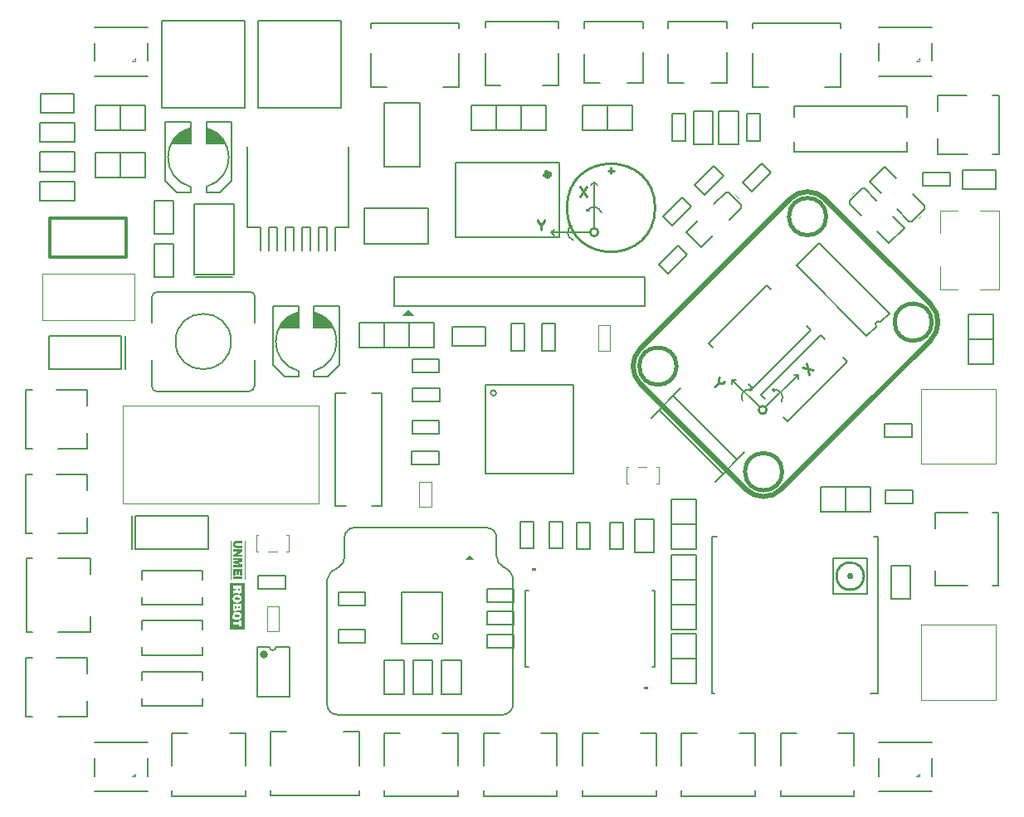
<source format=gto>
G04*
G04 #@! TF.GenerationSoftware,Altium Limited,Altium Designer,21.2.2 (38)*
G04*
G04 Layer_Color=65535*
%FSTAX24Y24*%
%MOIN*%
G70*
G04*
G04 #@! TF.SameCoordinates,E8B1D116-6B3C-4CC1-BC5D-0A1EC4A5AECB*
G04*
G04*
G04 #@! TF.FilePolarity,Positive*
G04*
G01*
G75*
%ADD10C,0.0079*%
%ADD11C,0.0100*%
%ADD12C,0.0157*%
%ADD13C,0.0197*%
%ADD14C,0.0276*%
%ADD15C,0.0315*%
%ADD16C,0.0039*%
%ADD17C,0.0060*%
%ADD18C,0.0050*%
%ADD19C,0.0070*%
%ADD20C,0.0118*%
G36*
X016732Y036437D02*
X015984D01*
X01622Y036791D01*
X01626Y036791D01*
X016575Y037028D01*
X016732Y037067D01*
Y036437D01*
D02*
G37*
G36*
X01752Y036988D02*
X017638D01*
X017835Y036791D01*
X017874D01*
X018071Y036594D01*
Y036476D01*
X01811Y036437D01*
X017362D01*
Y037067D01*
X017441D01*
X01752Y036988D01*
D02*
G37*
G36*
X025715Y029512D02*
X025215D01*
X025465Y029762D01*
X025715Y029512D01*
D02*
G37*
G36*
X021063Y029035D02*
X020315D01*
X020551Y02939D01*
X020591Y02939D01*
X020906Y029626D01*
X021063Y029665D01*
Y029035D01*
D02*
G37*
G36*
X02185Y029587D02*
X021969D01*
X022165Y02939D01*
X022205D01*
X022402Y029193D01*
Y029075D01*
X022441Y029035D01*
X021693D01*
Y029665D01*
X021772D01*
X02185Y029587D01*
D02*
G37*
G36*
X028154Y019705D02*
X02776D01*
X027957Y019902D01*
X028154Y019705D01*
D02*
G37*
G36*
X030607Y019274D02*
X030457D01*
Y019374D01*
X030607D01*
Y019274D01*
D02*
G37*
G36*
X035106Y014504D02*
X034957D01*
Y014604D01*
X035106D01*
Y014504D01*
D02*
G37*
G36*
X018797Y020364D02*
X018574D01*
X018573D01*
X01857D01*
X018565Y020364D01*
X01856Y020363D01*
X018554Y020362D01*
X018548Y02036D01*
X018542Y020357D01*
X018537Y020354D01*
X018537Y020353D01*
X018536Y020352D01*
X018534Y02035D01*
X018532Y020346D01*
X01853Y020341D01*
X018528Y020335D01*
X018527Y020329D01*
X018526Y020321D01*
Y020317D01*
X018527Y020314D01*
X018527Y020309D01*
X018528Y020304D01*
X01853Y020299D01*
X018532Y020294D01*
X018534Y020289D01*
X018535Y020288D01*
X018536Y020287D01*
X018538Y020285D01*
X01854Y020282D01*
X018546Y020278D01*
X018549Y020275D01*
X018553Y020274D01*
X018554D01*
X018555Y020274D01*
X018558Y020273D01*
X018562Y020273D01*
X018567D01*
X018574Y020272D01*
X018583Y020272D01*
X018593D01*
X018797D01*
Y020188D01*
X018567D01*
X018567D01*
X018564D01*
X018561D01*
X018556Y020189D01*
X018551Y020189D01*
X018545Y02019D01*
X018538Y020191D01*
X018531Y020193D01*
X018524Y020195D01*
X018515Y020197D01*
X018508Y020201D01*
X0185Y020204D01*
X018492Y020209D01*
X018485Y020214D01*
X018479Y02022D01*
X018473Y020227D01*
X018473Y020227D01*
X018472Y020228D01*
X018471Y020231D01*
X018469Y020234D01*
X018467Y020238D01*
X018465Y020242D01*
X018462Y020247D01*
X018459Y020254D01*
X018456Y020261D01*
X018454Y020268D01*
X018451Y020277D01*
X018449Y020286D01*
X018448Y020296D01*
X018446Y020305D01*
X018445Y020316D01*
X018445Y020328D01*
Y020334D01*
X018445Y020339D01*
X018446Y020344D01*
X018447Y020351D01*
X018447Y020358D01*
X018448Y020365D01*
X018451Y020382D01*
X018456Y0204D01*
X01846Y020409D01*
X018463Y020417D01*
X018467Y020425D01*
X018472Y020433D01*
X018473Y020434D01*
X018473Y020435D01*
X018475Y020437D01*
X018478Y020439D01*
X01848Y020442D01*
X018484Y020446D01*
X018489Y020449D01*
X018493Y020453D01*
X018499Y020457D01*
X018506Y02046D01*
X018513Y020463D01*
X018521Y020466D01*
X018531Y020469D01*
X01854Y020471D01*
X01855Y020472D01*
X018562Y020472D01*
X018797D01*
Y020364D01*
D02*
G37*
G36*
Y020031D02*
X01867Y01995D01*
X018669Y019949D01*
X018668Y019949D01*
X018666Y019948D01*
X018663Y019946D01*
X01866Y019944D01*
X018656Y019942D01*
X018647Y019936D01*
X018637Y019931D01*
X018626Y019925D01*
X018614Y019919D01*
X018603Y019914D01*
X018604D01*
X018605Y019914D01*
X018608D01*
X018611Y019915D01*
X018615Y019916D01*
X01862Y019916D01*
X018625Y019917D01*
X018631Y019918D01*
X018645Y019919D01*
X01866Y01992D01*
X018676Y019921D01*
X018694Y019922D01*
X018797D01*
Y019835D01*
X01845D01*
Y019922D01*
X018603Y020017D01*
X018604D01*
X018605Y020018D01*
X018606Y020019D01*
X018609Y02002D01*
X018611Y020022D01*
X018615Y020024D01*
X018623Y020029D01*
X018634Y020034D01*
X018646Y02004D01*
X018659Y020047D01*
X018675Y020054D01*
X018674D01*
X018673Y020053D01*
X018671Y020053D01*
X018669Y020052D01*
X018663Y020051D01*
X018655Y020049D01*
X018646Y020048D01*
X018637Y020046D01*
X018627Y020045D01*
X018618Y020045D01*
X01845D01*
Y020131D01*
X018797D01*
Y020031D01*
D02*
G37*
G36*
Y019636D02*
X018613Y019586D01*
X018797Y019538D01*
Y019398D01*
X01845D01*
Y019497D01*
X018698D01*
X01845Y019561D01*
Y019629D01*
X018698Y019695D01*
X01845D01*
Y019775D01*
X018797D01*
Y019636D01*
D02*
G37*
G36*
Y019077D02*
X018717D01*
Y019234D01*
X018667D01*
Y019107D01*
X01859D01*
Y019234D01*
X018533D01*
Y019077D01*
X01845D01*
Y019338D01*
X018797D01*
Y019077D01*
D02*
G37*
G36*
Y018928D02*
X01845D01*
Y019035D01*
X018797D01*
Y018928D01*
D02*
G37*
G36*
X018901Y016917D02*
X018307D01*
Y01878D01*
X018901D01*
Y016917D01*
D02*
G37*
%LPC*%
G36*
X018777Y018661D02*
X018431D01*
Y018474D01*
Y018555D01*
X018563D01*
Y018522D01*
X018431Y018471D01*
Y018353D01*
X018581Y018416D01*
X018585Y018409D01*
X018588Y018403D01*
X018592Y018397D01*
X018595Y018392D01*
X018602Y018384D01*
X018608Y018377D01*
X018614Y018373D01*
X018618Y018369D01*
X018621Y018367D01*
X018622Y018367D01*
X018631Y018362D01*
X01864Y018359D01*
X018649Y018357D01*
X018657Y018356D01*
X018664Y018355D01*
X01867Y018354D01*
X018672D01*
X018674D01*
X018674D01*
X018675D01*
X018683Y018355D01*
X018691Y018356D01*
X018699Y018357D01*
X018706Y018359D01*
X018718Y018364D01*
X018729Y01837D01*
X018734Y018374D01*
X018738Y018377D01*
X018741Y01838D01*
X018744Y018382D01*
X018746Y018384D01*
X018748Y018386D01*
X018748Y018387D01*
X018749Y018387D01*
X018754Y018394D01*
X018758Y018401D01*
X018762Y018408D01*
X018765Y018416D01*
X01877Y018432D01*
X018774Y018446D01*
X018775Y018453D01*
X018776Y01846D01*
X018776Y018466D01*
X018777Y018471D01*
X018777Y018475D01*
Y018364D01*
Y018661D01*
D02*
G37*
G36*
X018783Y018318D02*
X018425D01*
X018603D01*
X018588Y018317D01*
X018574Y018316D01*
X018561Y018314D01*
X018549Y018311D01*
X018537Y018307D01*
X018526Y018303D01*
X018516Y018299D01*
X018508Y018295D01*
X0185Y018291D01*
X018493Y018287D01*
X018487Y018282D01*
X018482Y018279D01*
X018478Y018276D01*
X018475Y018274D01*
X018474Y018273D01*
X018473Y018272D01*
X018465Y018263D01*
X018457Y018254D01*
X018451Y018244D01*
X018445Y018234D01*
X018441Y018224D01*
X018437Y018214D01*
X018434Y018204D01*
X018431Y018195D01*
X018429Y018187D01*
X018428Y018179D01*
X018427Y018172D01*
X018426Y018165D01*
Y01816D01*
X018425Y018156D01*
Y018153D01*
X018426Y01814D01*
X018427Y018127D01*
X01843Y018115D01*
X018433Y018104D01*
X018437Y018094D01*
X018441Y018084D01*
X018445Y018074D01*
X01845Y018067D01*
X018455Y018059D01*
X018459Y018053D01*
X018463Y018048D01*
X018467Y018043D01*
X018471Y01804D01*
X018473Y018037D01*
X018474Y018035D01*
X018475Y018035D01*
X018485Y018026D01*
X018495Y018019D01*
X018505Y018013D01*
X018516Y018008D01*
X018527Y018003D01*
X018539Y018D01*
X018549Y017996D01*
X01856Y017994D01*
X018569Y017992D01*
X018578Y01799D01*
X018586Y01799D01*
X018593Y017989D01*
X018599D01*
X018603Y017988D01*
X018783D01*
X018607D01*
X018622Y017989D01*
X018635Y01799D01*
X018649Y017993D01*
X018661Y017995D01*
X018672Y017999D01*
X018682Y018003D01*
X018692Y018007D01*
X018701Y018011D01*
X018709Y018016D01*
X018715Y018019D01*
X018721Y018023D01*
X018726Y018027D01*
X01873Y01803D01*
X018733Y018032D01*
X018734Y018034D01*
X018735Y018034D01*
X018744Y018043D01*
X018751Y018052D01*
X018757Y018062D01*
X018763Y018072D01*
X018767Y018082D01*
X018771Y018091D01*
X018774Y018101D01*
X018777Y01811D01*
X018779Y018119D01*
X01878Y018127D01*
X018781Y018134D01*
X018782Y01814D01*
Y018145D01*
X018783Y018149D01*
Y018152D01*
X018782Y018166D01*
X018781Y01818D01*
X018778Y018192D01*
X018775Y018204D01*
X018771Y018215D01*
X018767Y018225D01*
X018762Y018234D01*
X018758Y018243D01*
X018753Y01825D01*
X018748Y018256D01*
X018744Y018262D01*
X01874Y018266D01*
X018737Y01827D01*
X018734Y018272D01*
X018733Y018274D01*
X018732Y018274D01*
X018722Y018282D01*
X018712Y018289D01*
X018701Y018295D01*
X018691Y018299D01*
X01868Y018304D01*
X018669Y018307D01*
X018658Y01831D01*
X018649Y018313D01*
X018639Y018314D01*
X01863Y018316D01*
X018623Y018317D01*
X018616Y018317D01*
X018611D01*
X018606Y018318D01*
X018783D01*
D02*
G37*
G36*
X018777Y017943D02*
X018431D01*
Y017779D01*
X018431Y017764D01*
X018432Y017752D01*
X018433Y01774D01*
X018436Y01773D01*
X018438Y017721D01*
X01844Y017712D01*
X018443Y017705D01*
X018446Y017699D01*
X018449Y017693D01*
X018451Y017688D01*
X018454Y017685D01*
X018456Y017682D01*
X018458Y01768D01*
X01846Y017678D01*
X01846Y017677D01*
X018461D01*
X018467Y017673D01*
X018473Y017669D01*
X018485Y017663D01*
X018496Y017659D01*
X018507Y017656D01*
X018516Y017654D01*
X01852Y017653D01*
X018523D01*
X018526Y017653D01*
X018777D01*
X01853D01*
X018542Y017653D01*
X018552Y017656D01*
X018562Y017659D01*
X01857Y017663D01*
X018578Y017669D01*
X018584Y017674D01*
X01859Y01768D01*
X018594Y017687D01*
X018599Y017693D01*
X018602Y017699D01*
X018605Y017705D01*
X018608Y01771D01*
X018609Y017715D01*
X01861Y017718D01*
X018611Y01772D01*
Y017721D01*
X018614Y01771D01*
X018618Y017702D01*
X018623Y017694D01*
X018628Y017688D01*
X018632Y017683D01*
X018636Y01768D01*
X018638Y017678D01*
X018639Y017677D01*
X018647Y017672D01*
X018656Y017668D01*
X018663Y017666D01*
X018671Y017664D01*
X018677Y017663D01*
X018682Y017662D01*
X018685D01*
X018686D01*
X018686D01*
X018693D01*
X018699Y017663D01*
X018711Y017666D01*
X018722Y01767D01*
X018731Y017675D01*
X018739Y01768D01*
X018745Y017684D01*
X018747Y017686D01*
X018748Y017687D01*
X018749Y017687D01*
X01875Y017688D01*
X018754Y017693D01*
X018759Y017698D01*
X018763Y017705D01*
X018766Y017711D01*
X018771Y017724D01*
X018774Y017737D01*
X018776Y017749D01*
X018776Y017754D01*
X018777Y017759D01*
X018777Y017762D01*
Y017943D01*
D02*
G37*
G36*
X018783Y017625D02*
X018425D01*
Y017295D01*
D01*
Y01746D01*
X018426Y017447D01*
X018427Y017433D01*
X01843Y017422D01*
X018433Y017411D01*
X018437Y0174D01*
X018441Y01739D01*
X018445Y017381D01*
X01845Y017373D01*
X018455Y017366D01*
X018459Y01736D01*
X018463Y017354D01*
X018467Y017349D01*
X018471Y017346D01*
X018473Y017343D01*
X018474Y017342D01*
X018475Y017341D01*
X018485Y017333D01*
X018495Y017326D01*
X018505Y01732D01*
X018516Y017314D01*
X018527Y01731D01*
X018539Y017306D01*
X018549Y017303D01*
X01856Y017301D01*
X018569Y017299D01*
X018578Y017297D01*
X018586Y017296D01*
X018593Y017295D01*
X018599D01*
X018603Y017295D01*
X018783D01*
X018607D01*
X018622Y017295D01*
X018635Y017297D01*
X018649Y017299D01*
X018661Y017302D01*
X018672Y017305D01*
X018682Y01731D01*
X018692Y017313D01*
X018701Y017318D01*
X018709Y017322D01*
X018715Y017326D01*
X018721Y01733D01*
X018726Y017334D01*
X01873Y017336D01*
X018733Y017338D01*
X018734Y01734D01*
X018735Y017341D01*
X018744Y017349D01*
X018751Y017359D01*
X018757Y017368D01*
X018763Y017378D01*
X018767Y017388D01*
X018771Y017398D01*
X018774Y017407D01*
X018777Y017417D01*
X018779Y017425D01*
X01878Y017433D01*
X018781Y017441D01*
X018782Y017447D01*
Y017451D01*
X018783Y017455D01*
Y017459D01*
D01*
Y01746D01*
Y017459D01*
X018782Y017473D01*
X018781Y017486D01*
X018778Y017499D01*
X018775Y01751D01*
X018771Y017521D01*
X018767Y017532D01*
X018762Y01754D01*
X018758Y017549D01*
X018753Y017556D01*
X018748Y017563D01*
X018744Y017568D01*
X01874Y017573D01*
X018737Y017577D01*
X018734Y017579D01*
X018733Y01758D01*
X018732Y017581D01*
X018722Y017589D01*
X018712Y017595D01*
X018701Y017601D01*
X018691Y017606D01*
X01868Y01761D01*
X018669Y017614D01*
X018658Y017617D01*
X018649Y017619D01*
X018639Y017621D01*
X01863Y017622D01*
X018623Y017623D01*
X018616Y017624D01*
X018611D01*
X018606Y017625D01*
X018783D01*
D02*
G37*
G36*
X018777Y01728D02*
X018431D01*
Y017035D01*
D01*
Y017107D01*
X018694D01*
Y017035D01*
X018777D01*
Y01728D01*
D02*
G37*
%LPD*%
G36*
X018704Y018506D02*
X018703Y018499D01*
X018702Y018493D01*
X0187Y018487D01*
X018698Y018482D01*
X018696Y018479D01*
X018693Y018475D01*
X01869Y018472D01*
X018687Y01847D01*
X018681Y018467D01*
X018675Y018465D01*
X018673Y018465D01*
X018671D01*
X01867D01*
X01867D01*
X018664Y018465D01*
X018659Y018467D01*
X018655Y018469D01*
X018651Y018471D01*
X018649Y018474D01*
X018647Y018475D01*
X018646Y018477D01*
X018645Y018477D01*
X018643Y018482D01*
X01864Y018487D01*
X018639Y018493D01*
X018638Y018498D01*
X018638Y018503D01*
X018637Y018506D01*
Y018555D01*
X018704D01*
Y018506D01*
D02*
G37*
G36*
X018618Y018203D02*
X018627Y018202D01*
X018635Y018201D01*
X018649Y018198D01*
X018661Y018195D01*
X01867Y018191D01*
X018679Y018187D01*
X018686Y018182D01*
X018691Y018177D01*
X018695Y018173D01*
X018699Y018168D01*
X018701Y018163D01*
X018703Y01816D01*
X018704Y018156D01*
X018704Y018154D01*
Y018151D01*
X018703Y018143D01*
X0187Y018136D01*
X018696Y018129D01*
X01869Y018124D01*
X018683Y018119D01*
X018675Y018115D01*
X018667Y018112D01*
X018659Y018109D01*
X01865Y018107D01*
X018642Y018106D01*
X018634Y018104D01*
X018627Y018103D01*
X018621D01*
X018617Y018103D01*
X018614D01*
X018613D01*
X018602D01*
X018592Y018103D01*
X018582Y018104D01*
X018573Y018104D01*
X018566Y018106D01*
X018558Y018107D01*
X018552Y018108D01*
X018547Y018109D01*
X018542Y01811D01*
X018538Y018111D01*
X018534Y018112D01*
X018532Y018113D01*
X01853Y018114D01*
X018528Y018114D01*
X018528Y018115D01*
X018527D01*
X018523Y018117D01*
X01852Y01812D01*
X018514Y018126D01*
X01851Y018132D01*
X018507Y018139D01*
X018505Y018144D01*
X018504Y018149D01*
X018504Y018153D01*
Y018154D01*
X018504Y018158D01*
X018505Y018162D01*
X018508Y01817D01*
X018513Y018177D01*
X018519Y018183D01*
X018526Y018187D01*
X018534Y018191D01*
X018543Y018195D01*
X018552Y018197D01*
X018561Y018199D01*
X01857Y018201D01*
X018578Y018202D01*
X018585Y018203D01*
X018592D01*
X018596Y018203D01*
X018599D01*
X0186D01*
X01861D01*
X018618Y018203D01*
D02*
G37*
G36*
X018703Y017798D02*
X018703Y017792D01*
X018702Y017786D01*
X0187Y017781D01*
X018699Y017777D01*
X018697Y017774D01*
X018694Y017771D01*
X018688Y017767D01*
X018683Y017764D01*
X018678Y017763D01*
X018675Y017762D01*
X018674D01*
X018674D01*
X01867Y017763D01*
X018666Y017763D01*
X01866Y017766D01*
X018657Y017768D01*
X018656Y017769D01*
X018655Y01777D01*
X018654Y01777D01*
X018651Y017774D01*
X018649Y017777D01*
X018647Y017782D01*
X018646Y017786D01*
X018645Y01779D01*
X018645Y017793D01*
Y017846D01*
X018703D01*
Y017798D01*
D02*
G37*
G36*
X018571Y017798D02*
X01857Y017789D01*
X018569Y017783D01*
X018568Y017777D01*
X018566Y017773D01*
X018564Y017769D01*
X018562Y017767D01*
X018561Y017766D01*
X018561Y017765D01*
X018557Y017762D01*
X018553Y01776D01*
X018549Y017758D01*
X018546Y017757D01*
X018543Y017757D01*
X018541Y017756D01*
X018539D01*
X018539D01*
X018534Y017757D01*
X018531Y017758D01*
X018527Y017759D01*
X018523Y017761D01*
X018521Y017763D01*
X018519Y017764D01*
X018517Y017765D01*
X018517Y017765D01*
X018514Y017769D01*
X018511Y017774D01*
X01851Y017779D01*
X018509Y017783D01*
X018508Y017787D01*
X018508Y017791D01*
Y017846D01*
X018571D01*
Y017798D01*
D02*
G37*
G36*
X018588Y017624D02*
X018574Y017622D01*
X018561Y01762D01*
X018549Y017617D01*
X018537Y017614D01*
X018526Y01761D01*
X018516Y017606D01*
X018508Y017602D01*
X0185Y017597D01*
X018493Y017593D01*
X018487Y017589D01*
X018482Y017586D01*
X018478Y017583D01*
X018475Y017581D01*
X018474Y017579D01*
X018473Y017579D01*
X018465Y01757D01*
X018457Y01756D01*
X018451Y017551D01*
X018445Y01754D01*
X018441Y017531D01*
X018437Y017521D01*
X018434Y017511D01*
X018431Y017502D01*
X018429Y017494D01*
X018428Y017485D01*
X018427Y017478D01*
X018426Y017472D01*
Y017467D01*
X018425Y017463D01*
Y017625D01*
X018603D01*
X018588Y017624D01*
D02*
G37*
G36*
X018618Y017509D02*
X018627Y017509D01*
X018635Y017508D01*
X018649Y017505D01*
X018661Y017502D01*
X01867Y017498D01*
X018679Y017494D01*
X018686Y017489D01*
X018691Y017484D01*
X018695Y017479D01*
X018699Y017474D01*
X018701Y01747D01*
X018703Y017466D01*
X018704Y017463D01*
X018704Y01746D01*
Y017458D01*
X018703Y017449D01*
X0187Y017442D01*
X018696Y017436D01*
X01869Y01743D01*
X018683Y017425D01*
X018675Y017421D01*
X018667Y017418D01*
X018659Y017415D01*
X01865Y017413D01*
X018642Y017412D01*
X018634Y017411D01*
X018627Y01741D01*
X018621D01*
X018617Y017409D01*
X018614D01*
X018613D01*
X018602D01*
X018592Y01741D01*
X018582Y017411D01*
X018573Y017411D01*
X018566Y017412D01*
X018558Y017413D01*
X018552Y017414D01*
X018547Y017415D01*
X018542Y017417D01*
X018538Y017418D01*
X018534Y017419D01*
X018532Y01742D01*
X01853Y01742D01*
X018528Y017421D01*
X018528Y017421D01*
X018527D01*
X018523Y017424D01*
X01852Y017426D01*
X018514Y017432D01*
X01851Y017439D01*
X018507Y017445D01*
X018505Y017451D01*
X018504Y017456D01*
X018504Y017459D01*
Y01746D01*
X018504Y017465D01*
X018505Y017469D01*
X018508Y017477D01*
X018513Y017483D01*
X018519Y017489D01*
X018526Y017494D01*
X018534Y017498D01*
X018543Y017501D01*
X018552Y017504D01*
X018561Y017506D01*
X01857Y017507D01*
X018578Y017508D01*
X018585Y017509D01*
X018592D01*
X018596Y01751D01*
X018599D01*
X0186D01*
X01861D01*
X018618Y017509D01*
D02*
G37*
G36*
X018694Y017208D02*
X018431D01*
Y01728D01*
X018694D01*
Y017208D01*
D02*
G37*
D10*
X026686Y016634D02*
G03*
X026686Y016634I-000111J0D01*
G01*
X032045Y03314D02*
G03*
X03211Y032561I000152J-000276D01*
G01*
X033241Y033651D02*
G03*
X032659Y033726I-000306J-000076D01*
G01*
X029009Y026417D02*
G03*
X029009Y026417I-000111J0D01*
G01*
X040473Y026073D02*
G03*
X040115Y026538I-00027J000162D01*
G01*
X039266Y026558D02*
G03*
X038903Y026103I-000088J-000303D01*
G01*
X044455Y029264D02*
G03*
X044278Y029088I-000088J-000088D01*
G01*
X022217Y013917D02*
G03*
X022642Y013484I000429J-000004D01*
G01*
X029256Y013484D02*
G03*
X029689Y013917I-0J000433D01*
G01*
X029689Y018839D02*
G03*
X029286Y019433I-00061J00002D01*
G01*
X022659Y0194D02*
G03*
X022217Y018915I00016J-000589D01*
G01*
X022663Y019402D02*
G03*
X022917Y019833I-000224J000422D01*
G01*
X02902Y019862D02*
G03*
X029334Y019413I000478J0D01*
G01*
X023311Y021004D02*
G03*
X022917Y02061I0J-000394D01*
G01*
X02902Y02061D02*
G03*
X028626Y021004I-000394J0D01*
G01*
X015177Y026673D02*
G03*
X015374Y026476I000197J0D01*
G01*
X019075D02*
G03*
X019311Y026713I0J000236D01*
G01*
Y030295D02*
G03*
X019114Y030492I-000197J0D01*
G01*
X015413D02*
G03*
X015177Y030256I0J-000236D01*
G01*
X018358Y028484D02*
G03*
X018358Y028484I-001114J0D01*
G01*
X017362Y034705D02*
G03*
X017362Y037067I-000315J001181D01*
G01*
X016732D02*
G03*
X016732Y034705I000315J-001181D01*
G01*
X021693Y027303D02*
G03*
X021693Y029665I-000315J001181D01*
G01*
X021063D02*
G03*
X021063Y027303I000315J-001181D01*
G01*
X01991Y0162D02*
G03*
X02016Y0162I000125J0D01*
G01*
X032254Y021224D02*
X032785D01*
X032254Y020142D02*
Y021224D01*
Y020142D02*
X032785D01*
Y021224D01*
X022667Y017866D02*
Y018398D01*
Y017866D02*
X02375D01*
Y018398D01*
X022667D02*
X02375D01*
X026024Y016358D02*
X02685D01*
Y018406D01*
X025197D02*
X02685D01*
X025197Y016358D02*
Y018406D01*
Y016358D02*
X026024D01*
X045738Y021978D02*
Y02251D01*
X044656D02*
X045738D01*
X044656Y021978D02*
Y02251D01*
Y021978D02*
X045738D01*
X0265Y02824D02*
Y02924D01*
X0235D02*
X0265D01*
X0235Y02824D02*
Y02924D01*
Y02824D02*
X0265D01*
X0255D02*
Y02924D01*
X0245Y02824D02*
Y02924D01*
X026499Y028244D02*
Y029244D01*
X023499D02*
X026499D01*
X023499Y028244D02*
Y029244D01*
Y028244D02*
X026499D01*
X025499D02*
Y029244D01*
X024499Y028244D02*
Y029244D01*
X029616Y029203D02*
X030148D01*
X029616Y02812D02*
Y029203D01*
Y02812D02*
X030148D01*
Y029203D01*
X030856D02*
X031388D01*
X030856Y02812D02*
Y029203D01*
Y02812D02*
X031388D01*
Y029203D01*
X031213Y032874D02*
X031331Y032992D01*
X031213Y032874D02*
X031331Y032756D01*
X031213Y032874D02*
X032787D01*
X031961Y03314D02*
X032045D01*
Y033066D02*
Y03314D01*
X032945Y033031D02*
Y034881D01*
X032659Y033726D02*
Y033809D01*
Y033726D02*
X032742D01*
X032827Y034763D02*
X032945Y034881D01*
X033063Y034763D01*
X038904Y03487D02*
X03928Y034495D01*
X040045Y03526D01*
X03967Y035636D02*
X040045Y03526D01*
X038904Y03487D02*
X03967Y035636D01*
X037536Y028393D02*
X037704Y028226D01*
X037536Y028393D02*
X039875Y030731D01*
X040042Y030564D01*
X04149Y029117D02*
X041657Y02895D01*
X039318Y026611D02*
X041657Y02895D01*
X039151Y026778D02*
X039318Y026611D01*
X02562Y023533D02*
Y024065D01*
Y023533D02*
X026703D01*
Y024065D01*
X02562D02*
X026703D01*
X028583Y023189D02*
Y026299D01*
Y023189D02*
X032126D01*
Y026732D01*
X028583D02*
X032126D01*
X028583Y026299D02*
Y026732D01*
X02564Y024774D02*
Y025305D01*
Y024774D02*
X026722D01*
Y025305D01*
X02564D02*
X026722D01*
X025659Y026073D02*
Y026604D01*
Y026073D02*
X026742D01*
Y026604D01*
X025659D02*
X026742D01*
X02564Y027234D02*
Y027766D01*
Y027234D02*
X026722D01*
Y027766D01*
X02564D02*
X026722D01*
X027244Y028315D02*
X028583D01*
X027244D02*
Y029087D01*
X028583Y028315D02*
Y029087D01*
X027244D02*
X028583D01*
X041133Y026985D02*
Y027152D01*
X040966D02*
X041133D01*
X040115Y026538D02*
X040174Y026479D01*
X040115Y026538D02*
X040174Y026597D01*
X039826Y025845D02*
X041133Y027152D01*
X039213Y026505D02*
X039266Y026558D01*
X039207Y026617D02*
X039266Y026558D01*
X038489Y026958D02*
X039603Y025845D01*
X038489Y026791D02*
Y026958D01*
X038656D01*
X044932Y033515D02*
X045405Y033042D01*
X044792Y03243D02*
X045405Y033042D01*
X044319Y032903D02*
X044792Y03243D01*
X043818Y034629D02*
X044291Y034156D01*
X043707Y034629D02*
X043818D01*
X043206Y034128D02*
X043707Y034629D01*
X043206Y034017D02*
Y034128D01*
Y034017D02*
X043679Y033543D01*
X044005Y034911D02*
X044478Y034437D01*
X044005Y034911D02*
X044617Y035523D01*
X04509Y03505D01*
X045118Y033797D02*
X045591Y033324D01*
X045703D01*
X046204Y033825D01*
Y033936D01*
X045731Y034409D02*
X046204Y033936D01*
X036073Y036545D02*
Y037628D01*
X036604D01*
Y036545D02*
Y037628D01*
X036073Y036545D02*
X036604D01*
X047756Y035386D02*
X049094D01*
Y034614D02*
Y035386D01*
X047756Y034614D02*
Y035386D01*
Y034614D02*
X049094D01*
X039065Y036545D02*
Y037628D01*
X039596D01*
Y036545D02*
Y037628D01*
X039065Y036545D02*
X039596D01*
X046152Y034734D02*
X047234D01*
X046152D02*
Y035266D01*
X047234D01*
Y034734D02*
Y035266D01*
X037961Y036417D02*
Y037756D01*
X038732D01*
X037961Y036417D02*
X038732D01*
Y037756D01*
X037709Y036417D02*
Y037756D01*
X036937Y036417D02*
X037709D01*
X036937Y037756D02*
X037709D01*
X036937Y036417D02*
Y037756D01*
X041984Y03245D02*
X044812Y029622D01*
X041065Y031532D02*
X041984Y03245D01*
X041065Y031532D02*
X043894Y028703D01*
X044278Y029088D01*
X044455Y029264D02*
X044812Y029622D01*
X044616Y024656D02*
X045699D01*
X044616D02*
Y025187D01*
X045699D01*
Y024656D02*
Y025187D01*
X047965Y027583D02*
X048965D01*
Y029583D01*
X047965D02*
X048965D01*
X047965Y027583D02*
Y029583D01*
Y028583D02*
X048965D01*
X042937Y027843D02*
X043104Y027676D01*
X04071Y025282D02*
X043104Y027676D01*
X040543Y025449D02*
X04071Y025282D01*
X042046Y028734D02*
X042213Y028567D01*
X039652Y02634D02*
X039819Y026173D01*
X039652Y02634D02*
X042046Y028734D01*
X040984Y036496D02*
X040984Y036102D01*
Y037953D02*
X045512D01*
X045512Y03752D02*
X045512Y037953D01*
X045512Y036102D02*
Y036496D01*
X040984Y036102D02*
X045512D01*
X040984Y03752D02*
X040984Y037953D01*
X02689Y038701D02*
X02752D01*
Y040079D01*
X023976Y038701D02*
X024606D01*
X023976D02*
Y040079D01*
Y041063D02*
Y04126D01*
X02752D01*
Y041063D02*
Y04126D01*
X029726Y016191D02*
Y016722D01*
X028644D02*
X029726D01*
X028644Y016191D02*
Y016722D01*
Y016191D02*
X029726D01*
X022667Y016366D02*
Y016898D01*
Y016366D02*
X02375D01*
Y016898D01*
X022667D02*
X02375D01*
X035925Y038878D02*
Y040059D01*
Y038878D02*
X036555D01*
X037657D02*
X038287D01*
Y040098D01*
Y041083D02*
Y041358D01*
X035925Y041083D02*
Y041358D01*
X038287D01*
X014764Y014862D02*
Y015217D01*
X017205D01*
X014764Y013839D02*
Y014154D01*
Y013839D02*
X017205D01*
Y014862D02*
Y015217D01*
Y013839D02*
Y014154D01*
X01689Y031299D02*
Y034016D01*
X018465D01*
Y031181D02*
Y034016D01*
X01689Y031181D02*
X018465D01*
X01689D02*
Y031299D01*
X016929Y031063D02*
X018425D01*
X012067Y036496D02*
Y037283D01*
X010689D02*
X012067D01*
X010689Y036496D02*
X012067D01*
X010689D02*
Y037283D01*
X043386Y010197D02*
Y010433D01*
X040433Y010197D02*
X043386D01*
X040433D02*
Y010453D01*
Y011457D02*
Y012756D01*
X041063D01*
X042756D02*
X043386D01*
Y011457D02*
Y012756D01*
X042224Y038701D02*
X042854D01*
Y040079D01*
X039311Y038701D02*
X039941D01*
X039311D02*
Y040079D01*
Y041063D02*
Y04126D01*
X042854D01*
Y041063D02*
Y04126D01*
X010098Y020787D02*
Y02315D01*
Y020787D02*
X010374D01*
X010098Y02315D02*
X010374D01*
X011358D02*
X012579D01*
Y02252D02*
Y02315D01*
Y020787D02*
Y021417D01*
X011398Y020787D02*
X012579D01*
X04437Y041102D02*
X046496D01*
X04437Y039764D02*
Y040472D01*
Y039134D02*
X046496D01*
Y039764D02*
Y040472D01*
X036035Y021142D02*
X037035D01*
Y020142D02*
Y022142D01*
X036035Y020142D02*
X037035D01*
X036035D02*
Y022142D01*
X037035D01*
X012874Y041102D02*
X015D01*
X012874Y039764D02*
Y040472D01*
Y039134D02*
X015D01*
Y039764D02*
Y040472D01*
X022642Y013484D02*
X029256D01*
X029689Y018839D02*
X029689Y013917D01*
X022217D02*
Y018915D01*
X022917Y019811D02*
Y02061D01*
X02902Y019862D02*
Y02061D01*
X023311Y021004D02*
X028626D01*
X019961Y012815D02*
X020591D01*
X019961Y011437D02*
Y012815D01*
X022874D02*
X023504D01*
Y011437D02*
Y012815D01*
Y010256D02*
Y010453D01*
X019961Y010256D02*
X023504D01*
X019961D02*
Y010453D01*
X012874Y012362D02*
X015D01*
X012874Y011024D02*
Y011732D01*
Y010394D02*
X015D01*
Y011024D02*
Y011732D01*
X029027Y036984D02*
Y037984D01*
X030027Y036984D02*
Y037984D01*
X028026Y036984D02*
X031026D01*
X028026D02*
Y037984D01*
X031026Y037984D01*
Y036984D02*
Y037984D01*
X029028Y03698D02*
Y03798D01*
X030028Y03698D02*
Y03798D01*
X028028Y03698D02*
X031028D01*
X028028D02*
Y03798D01*
X031028D01*
Y03698D02*
Y03798D01*
X039409Y011457D02*
Y012756D01*
X03878D02*
X039409D01*
X036457D02*
X037087D01*
X036457Y011457D02*
Y012756D01*
Y010197D02*
Y010453D01*
Y010197D02*
X039409D01*
Y010433D01*
X035433Y011457D02*
Y012756D01*
X034803D02*
X035433D01*
X03248D02*
X03311D01*
X03248Y011457D02*
Y012756D01*
Y010197D02*
Y010453D01*
Y010197D02*
X035433D01*
Y010433D01*
X031457Y011457D02*
Y012756D01*
X030827D02*
X031457D01*
X028504D02*
X029134D01*
X028504Y011457D02*
Y012756D01*
Y010197D02*
Y010453D01*
Y010197D02*
X031457D01*
Y010433D01*
X044032Y021626D02*
Y022626D01*
X042031D02*
X044032D01*
X042031Y021626D02*
Y022626D01*
Y021626D02*
X044032D01*
X043032Y021626D02*
Y022626D01*
X02748Y011457D02*
Y012756D01*
X02685D02*
X02748D01*
X024528D02*
X025157D01*
X024528Y011457D02*
Y012756D01*
Y010197D02*
Y010453D01*
Y010197D02*
X02748D01*
Y010433D01*
X042559Y019764D02*
X043898D01*
X042559Y018346D02*
Y019764D01*
Y018346D02*
X043898D01*
Y019764D01*
X044331Y014331D02*
Y02063D01*
X044055Y014331D02*
X044331D01*
X044173Y02063D02*
X044331D01*
X037677Y014331D02*
X037795D01*
X037677D02*
Y02063D01*
X037874D01*
X036035Y014748D02*
X037035D01*
Y016748D01*
X036035D02*
X037035D01*
X036035Y014748D02*
Y016748D01*
Y015748D02*
X037035D01*
X045661Y01815D02*
Y019488D01*
X04489Y01815D02*
X045661D01*
X04489Y019488D02*
X045661D01*
X04489Y01815D02*
Y019488D01*
X046496Y011024D02*
Y011732D01*
X04437Y010394D02*
X046496D01*
X04437Y011024D02*
Y011732D01*
Y012362D02*
X046496D01*
X010098Y024173D02*
Y026535D01*
Y024173D02*
X010374D01*
X010098Y026535D02*
X010374D01*
X011358D02*
X012579D01*
Y025906D02*
Y026535D01*
Y024173D02*
Y024803D01*
X011398Y024173D02*
X012579D01*
X018937Y011457D02*
Y012756D01*
X018307D02*
X018937D01*
X015984D02*
X016614D01*
X015984Y011457D02*
Y012756D01*
Y010197D02*
Y010453D01*
Y010197D02*
X018937D01*
Y010433D01*
X046634Y021614D02*
X047933D01*
X046634Y020984D02*
Y021614D01*
Y018661D02*
Y019291D01*
Y018661D02*
X047933D01*
X048937D02*
X049193D01*
Y021614D01*
X048957D02*
X049193D01*
X028644Y018002D02*
X029726D01*
X028644D02*
Y018533D01*
X029726D01*
Y018002D02*
Y018533D01*
X028644Y017096D02*
X029726D01*
X028644D02*
Y017628D01*
X029726D01*
Y017096D02*
Y017628D01*
X026811Y015689D02*
X027598D01*
X026811Y014311D02*
Y015689D01*
X027598Y014311D02*
Y015689D01*
X026811Y014311D02*
X027598D01*
X025669D02*
X026457D01*
Y015689D01*
X025669Y014311D02*
Y015689D01*
X026457D01*
X032539Y041358D02*
X034902D01*
X032539Y041083D02*
Y041358D01*
X034902Y041083D02*
Y041358D01*
Y038878D02*
Y040098D01*
X034272Y038878D02*
X034902D01*
X032539D02*
X033169D01*
X032539D02*
Y040059D01*
X024528Y014311D02*
X025315D01*
Y015689D01*
X024528Y014311D02*
Y015689D01*
X025315D01*
X036078Y033144D02*
X036844Y033909D01*
X035703Y033519D02*
X036078Y033144D01*
X035703Y033519D02*
X036468Y034285D01*
X036844Y033909D01*
X027362Y032677D02*
Y034331D01*
X031535Y032677D02*
Y034331D01*
X027362Y032677D02*
X031535D01*
Y034331D02*
Y035669D01*
X027362Y034331D02*
Y035669D01*
X031535D01*
X037255Y032272D02*
X037728Y032746D01*
X036642Y032885D02*
X037255Y032272D01*
X036642Y032885D02*
X037116Y033358D01*
X038368Y033386D02*
X038842Y033859D01*
Y03397D01*
X038341Y034472D02*
X038842Y03397D01*
X038229Y034472D02*
X038341D01*
X037756Y033998D02*
X038229Y034472D01*
X035532Y031577D02*
X036297Y032342D01*
X036673Y031967D01*
X035907Y031201D02*
X036673Y031967D01*
X035532Y031577D02*
X035907Y031201D01*
X036988Y034766D02*
X037754Y035531D01*
X03813Y035155D01*
X037364Y03439D02*
X03813Y035155D01*
X036988Y034766D02*
X037364Y03439D01*
X034492Y03698D02*
Y03798D01*
X032492D02*
X034492D01*
X032492Y03698D02*
Y03798D01*
Y03698D02*
X034492D01*
X033492Y03698D02*
Y03798D01*
X049213Y036024D02*
Y038386D01*
X048937D02*
X049213D01*
X048937Y036024D02*
X049213D01*
X046732D02*
X047953D01*
X046732D02*
Y036654D01*
Y037756D02*
Y038386D01*
X047913D01*
X031132Y020167D02*
Y02125D01*
X031663D01*
Y020167D02*
Y02125D01*
X031132Y020167D02*
X031663D01*
X02999D02*
Y02125D01*
X030522D01*
Y020167D02*
Y02125D01*
X02999Y020167D02*
X030522D01*
X017205Y017894D02*
Y018209D01*
Y018917D02*
Y019272D01*
X014764Y017894D02*
X017205D01*
X014764D02*
Y018209D01*
Y019272D02*
X017205D01*
X014764Y018917D02*
Y019272D01*
X011398Y016811D02*
X012697D01*
Y017441D01*
Y019134D02*
Y019764D01*
X011398D02*
X012697D01*
X010138D02*
X010394D01*
X010138Y016811D02*
Y019764D01*
Y016811D02*
X010374D01*
X024016Y02189D02*
X024409D01*
X022559D02*
Y026417D01*
X022992D01*
X024016D02*
X024409D01*
Y02189D02*
Y026417D01*
X022559Y02189D02*
X022992D01*
X028563Y038772D02*
Y040071D01*
Y038772D02*
X029193D01*
X030886D02*
X031516D01*
Y040071D01*
Y041075D02*
Y041331D01*
X028563D02*
X031516D01*
X028563Y041094D02*
Y041331D01*
X036039Y018911D02*
X037039D01*
X036039Y017911D02*
X037039D01*
X036039Y016911D02*
Y019911D01*
X037039D01*
Y016911D02*
Y019911D01*
X036039Y016911D02*
X037039D01*
X036035Y018909D02*
X037035D01*
X036035Y017909D02*
X037035D01*
X036035Y016909D02*
Y019909D01*
X037035D01*
Y016909D02*
Y019909D01*
X036035Y016909D02*
X037035D01*
X034571Y020018D02*
Y021356D01*
X035342D01*
X034571Y020018D02*
X035342D01*
Y021356D01*
X033573Y020128D02*
Y021211D01*
X034104D01*
Y020128D02*
Y021211D01*
X033573Y020128D02*
X034104D01*
X023091Y033091D02*
Y036319D01*
X018996Y033091D02*
Y036319D01*
Y033091D02*
X019547D01*
Y032146D02*
Y033091D01*
X019862Y032146D02*
Y033091D01*
X020217D01*
Y032146D02*
Y033091D01*
X020531Y032146D02*
Y033091D01*
X020886D01*
Y032146D02*
Y033091D01*
X021201Y032146D02*
Y033091D01*
X021555D01*
Y032146D02*
Y033091D01*
X02187Y032146D02*
Y033091D01*
X022224D01*
Y032146D02*
Y033091D01*
X022539Y032146D02*
Y033091D01*
X023091D01*
X015593Y037874D02*
Y041378D01*
X0189D01*
Y037874D02*
Y041378D01*
X015593Y037874D02*
X0189D01*
X010709Y038457D02*
X012047D01*
Y037685D02*
Y038457D01*
X010709Y037685D02*
Y038457D01*
Y037685D02*
X012047D01*
X015264Y031063D02*
Y032402D01*
X016035D01*
X015264Y031063D02*
X016035D01*
Y032402D01*
Y032795D02*
Y034134D01*
X015264Y032795D02*
X016035D01*
X015264Y034134D02*
X016035D01*
X015264Y032795D02*
Y034134D01*
X019311Y026713D02*
Y027736D01*
X015374Y026476D02*
X019075D01*
X015177Y026673D02*
Y027736D01*
Y029232D02*
Y030256D01*
X015413Y030492D02*
X019114D01*
X019311Y029232D02*
Y030295D01*
X017362Y037067D02*
Y037303D01*
X016732Y037067D02*
Y037303D01*
Y034469D02*
Y034705D01*
X017362Y034469D02*
Y034705D01*
Y034469D02*
X017913D01*
X018386Y034941D01*
Y037303D01*
X017362D02*
X018386D01*
X015709D02*
X016732D01*
X016181Y034469D02*
X016732D01*
X015709Y034941D02*
X016181Y034469D01*
X015709Y034941D02*
Y037303D01*
X015984Y036437D02*
X016732D01*
Y037067D01*
X017362Y036437D02*
X01811D01*
X017362D02*
Y037067D01*
X021693Y029665D02*
Y029902D01*
X021063Y029665D02*
Y029902D01*
Y027067D02*
Y027303D01*
X021693Y027067D02*
Y027303D01*
Y027067D02*
X022244D01*
X022717Y027539D01*
Y029902D01*
X021693D02*
X022717D01*
X020039D02*
X021063D01*
X020512Y027067D02*
X021063D01*
X020039Y027539D02*
X020512Y027067D01*
X020039Y027539D02*
Y029902D01*
X020315Y029035D02*
X021063D01*
Y029665D01*
X021693Y029035D02*
X022441D01*
X021693D02*
Y029665D01*
X024528Y035523D02*
X025945D01*
X024528Y038086D02*
X025945D01*
Y035523D02*
Y038086D01*
X024528Y035523D02*
Y038086D01*
X023717Y032421D02*
Y033839D01*
X02628Y032421D02*
Y033839D01*
X023717Y032421D02*
X02628D01*
X023717Y033839D02*
X02628D01*
X019455Y037874D02*
Y041378D01*
X022762D01*
Y037874D02*
Y041378D01*
X019455Y037874D02*
X022762D01*
X010098Y013425D02*
Y015787D01*
Y013425D02*
X010374D01*
X010098Y015787D02*
X010374D01*
X011358D02*
X012579D01*
Y015157D02*
Y015787D01*
Y013425D02*
Y014055D01*
X011398Y013425D02*
X012579D01*
X019459Y018533D02*
X020541D01*
X019459D02*
Y019065D01*
X020541D01*
Y018533D02*
Y019065D01*
X017441Y020138D02*
Y021476D01*
X014528D02*
X017441D01*
X014528Y020138D02*
X017441D01*
X014528D02*
Y021476D01*
X01437Y020138D02*
Y021476D01*
X02016Y0162D02*
X020704D01*
X019405D02*
X01991D01*
X020704Y0142D02*
Y0162D01*
X019405Y0142D02*
X020704D01*
X019405D02*
Y0162D01*
X017205Y015886D02*
Y016201D01*
Y016909D02*
Y017264D01*
X014764Y015886D02*
X017205D01*
X014764D02*
Y016201D01*
Y017264D02*
X017205D01*
X014764Y016909D02*
Y017264D01*
X012067Y034134D02*
Y034921D01*
X010689D02*
X012067D01*
X010689Y034134D02*
X012067D01*
X010689D02*
Y034921D01*
X011043Y027382D02*
Y02872D01*
Y027382D02*
X013957D01*
X011043Y02872D02*
X013957D01*
Y027382D02*
Y02872D01*
X014114Y027382D02*
Y02872D01*
X014906Y03698D02*
Y03798D01*
X012906D02*
X014906D01*
X012906Y03698D02*
Y03798D01*
Y03698D02*
X014906D01*
X013906D02*
Y03798D01*
X010689Y035315D02*
Y036102D01*
Y035315D02*
X012067D01*
X010689Y036102D02*
X012067D01*
Y035315D02*
Y036102D01*
X012917Y035071D02*
Y036071D01*
Y035071D02*
X014917D01*
Y036071D01*
X012917D02*
X014917D01*
X013917Y035071D02*
Y036071D01*
D11*
X033104Y032874D02*
G03*
X033104Y032874I-000159J0D01*
G01*
X039873Y025733D02*
G03*
X039873Y025733I-000159J0D01*
G01*
X035394Y033858D02*
G03*
X035394Y033858I-001772J0D01*
G01*
X04378Y019055D02*
G03*
X04378Y019055I-000551J0D01*
G01*
X043307D02*
G03*
X043307Y019055I-000079J0D01*
G01*
X033622Y035354D02*
X03374D01*
X033622D02*
Y035472D01*
X033504Y035354D02*
X033622D01*
Y035236D02*
Y035354D01*
X032383Y034706D02*
X032646Y034313D01*
Y034706D02*
X032383Y034313D01*
X030691Y033368D02*
Y033302D01*
X030822Y033171D01*
X030953Y033302D01*
Y033368D01*
X030822Y033171D02*
Y032974D01*
X041297Y027428D02*
X04176Y027335D01*
X041482Y027613D02*
X041575Y027149D01*
X037979Y02705D02*
X037932Y027004D01*
Y026818D01*
X038118D01*
X038164Y026864D01*
X037932Y026818D02*
X037793Y026679D01*
D12*
X040497Y023252D02*
G03*
X040497Y023252I-000748J0D01*
G01*
X036255Y027494D02*
G03*
X036255Y027494I-000748J0D01*
G01*
X042265Y033505D02*
G03*
X042265Y033505I-000748J0D01*
G01*
X046508Y029262D02*
G03*
X046508Y029262I-000748J0D01*
G01*
D13*
X046467Y028555D02*
G03*
X046467Y029969I-000707J000707D01*
G01*
X039042Y022544D02*
G03*
X040456Y022544I000707J000707D01*
G01*
X034799Y028201D02*
G03*
X034799Y026787I000707J-000707D01*
G01*
X042224Y034212D02*
G03*
X04081Y034212I-000707J-000707D01*
G01*
X040456Y022544D02*
X043461Y02555D01*
X046467Y028555D01*
X034799Y028201D02*
X037805Y031206D01*
X04081Y034212D01*
X034799Y026787D02*
X036921Y024666D01*
X039042Y022544D01*
X042224Y034212D02*
X044345Y03209D01*
X046467Y029969D01*
D14*
X031122Y035197D02*
G03*
X031122Y035197I-000059J0D01*
G01*
D15*
X019685Y015925D02*
D03*
D16*
X018898Y018937D02*
Y020472D01*
X018346Y018937D02*
Y020472D01*
X03311Y029134D02*
X033583D01*
X03311Y02811D02*
Y029134D01*
Y02811D02*
X033583D01*
Y029134D01*
X046079Y023579D02*
Y026591D01*
Y023579D02*
X049091D01*
Y026591D01*
X046079D02*
X049091D01*
X025925Y021831D02*
X026398D01*
Y022854D01*
X025925D02*
X026398D01*
X025925Y021831D02*
Y022854D01*
X043317Y034406D02*
X043428Y034518D01*
X045981Y033435D02*
X046092Y033546D01*
X046831Y030591D02*
Y031496D01*
Y030591D02*
X047539D01*
X046831Y032835D02*
Y03374D01*
X047539D01*
X048445Y030591D02*
X049213D01*
Y03374D01*
X048445D02*
X049213D01*
X013996Y021988D02*
X02187D01*
X013996D02*
Y025925D01*
X02187D01*
Y021988D02*
Y025925D01*
X045886Y039744D02*
X046004Y039862D01*
X045886Y039744D02*
X046004D01*
X046004Y039744D01*
Y039862D01*
X01439Y039744D02*
X014508Y039862D01*
X01439Y039744D02*
X014508D01*
X014508Y039744D01*
Y039862D01*
X01439Y011004D02*
X014508Y011122D01*
X01439Y011004D02*
X014508D01*
X014508Y011004D01*
Y011122D01*
X046079Y017102D02*
X049091D01*
Y014091D02*
Y017102D01*
X046079Y014091D02*
X049091D01*
X046079D02*
Y017102D01*
X035453Y023445D02*
X035531D01*
X035453Y022776D02*
X035531D01*
Y023445D01*
X034232Y022776D02*
X034311D01*
X034232Y023445D02*
X034311D01*
X034232Y022776D02*
Y023445D01*
X034705D02*
X035059D01*
X046004Y011004D02*
Y011122D01*
X046004Y011004D02*
X046004Y011004D01*
X045886Y011004D02*
X046004D01*
X045886D02*
X046004Y011122D01*
X038619Y03436D02*
X03873Y034249D01*
X01937Y020039D02*
X019449D01*
X01937Y020709D02*
X019449D01*
X01937Y020039D02*
Y020709D01*
X020591D02*
X020669D01*
X020591Y020039D02*
X020669D01*
Y020709D01*
X019843Y020039D02*
X020197D01*
X020276Y016831D02*
Y017854D01*
X019803Y016831D02*
X020276D01*
X019803D02*
Y017854D01*
X020276D01*
X010768Y03122D02*
X014468D01*
X010768Y029331D02*
Y03122D01*
Y029331D02*
X014468D01*
Y03122D01*
D17*
X035268Y015394D02*
X035391D01*
X030171D02*
Y018484D01*
Y015394D02*
X030296D01*
X035391D02*
Y018484D01*
X035268D02*
X035391D01*
X030171D02*
X030296D01*
X035233Y025418D02*
X036414Y026599D01*
X0378Y022851D02*
X038981Y024032D01*
D18*
X035552Y025736D02*
X038118Y02317D01*
X036117Y026302D02*
X038684Y023735D01*
D19*
X034965Y029912D02*
Y031082D01*
X024905Y029912D02*
Y031082D01*
Y029912D02*
X034965D01*
X024905Y031082D02*
X034965D01*
D20*
X01126Y03187D02*
X014016D01*
X014134D01*
Y033445D01*
X011063D02*
X014134D01*
X011063Y03187D02*
Y033445D01*
Y03187D02*
X01126D01*
M02*

</source>
